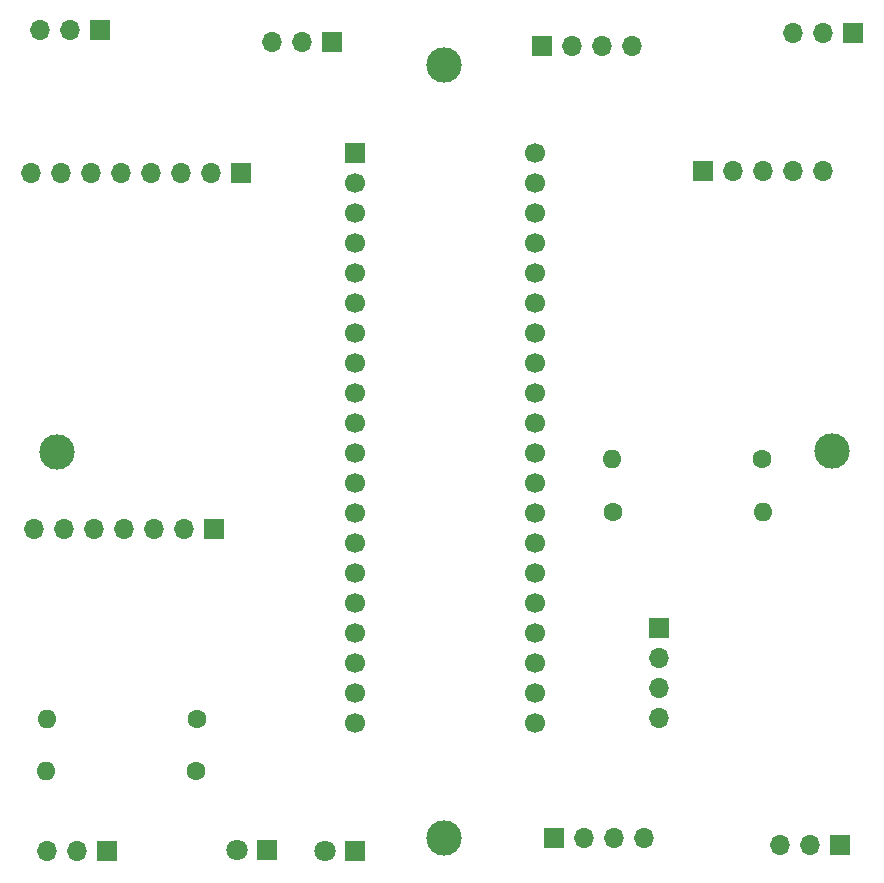
<source format=gbr>
%TF.GenerationSoftware,KiCad,Pcbnew,(6.0.1-0)*%
%TF.CreationDate,2022-02-26T01:43:08+01:00*%
%TF.ProjectId,YMFC-32,594d4643-2d33-4322-9e6b-696361645f70,rev?*%
%TF.SameCoordinates,Original*%
%TF.FileFunction,Soldermask,Bot*%
%TF.FilePolarity,Negative*%
%FSLAX46Y46*%
G04 Gerber Fmt 4.6, Leading zero omitted, Abs format (unit mm)*
G04 Created by KiCad (PCBNEW (6.0.1-0)) date 2022-02-26 01:43:08*
%MOMM*%
%LPD*%
G01*
G04 APERTURE LIST*
%ADD10C,1.700000*%
%ADD11R,1.700000X1.700000*%
%ADD12O,1.700000X1.700000*%
%ADD13C,1.600000*%
%ADD14O,1.600000X1.600000*%
%ADD15R,1.800000X1.800000*%
%ADD16C,1.800000*%
%ADD17C,3.000000*%
G04 APERTURE END LIST*
D10*
%TO.C,U1*%
X152570000Y-70970000D03*
D11*
X137330000Y-70970000D03*
D10*
X152570000Y-73510000D03*
X137330000Y-73510000D03*
X152570000Y-76050000D03*
X137330000Y-76050000D03*
X152570000Y-78590000D03*
X137330000Y-78590000D03*
X152570000Y-81130000D03*
X137330000Y-81130000D03*
X152570000Y-83670000D03*
X137330000Y-83670000D03*
X152570000Y-86210000D03*
X137330000Y-86210000D03*
X152570000Y-88750000D03*
X137330000Y-88750000D03*
X152570000Y-91290000D03*
X137330000Y-91290000D03*
X152570000Y-93830000D03*
X137330000Y-93830000D03*
X152570000Y-96370000D03*
X137330000Y-96370000D03*
X152570000Y-98910000D03*
X137330000Y-98910000D03*
X152570000Y-101450000D03*
X137330000Y-101450000D03*
X152570000Y-103990000D03*
X137330000Y-103990000D03*
X152570000Y-106530000D03*
X137330000Y-106530000D03*
X152570000Y-109070000D03*
X137330000Y-109070000D03*
X152570000Y-111610000D03*
X137330000Y-111610000D03*
X152570000Y-114150000D03*
X137330000Y-114150000D03*
X152570000Y-116690000D03*
X137330000Y-116690000D03*
X152570000Y-119230000D03*
X137330000Y-119230000D03*
%TD*%
D11*
%TO.C,J5*%
X115725000Y-60600000D03*
D12*
X113185000Y-60600000D03*
X110645000Y-60600000D03*
%TD*%
D13*
%TO.C,R4*%
X171800000Y-96900000D03*
D14*
X159100000Y-96900000D03*
%TD*%
D11*
%TO.C,J4*%
X116325000Y-130100000D03*
D12*
X113785000Y-130100000D03*
X111245000Y-130100000D03*
%TD*%
D11*
%TO.C,J11*%
X125440000Y-102800000D03*
D12*
X122900000Y-102800000D03*
X120360000Y-102800000D03*
X117820000Y-102800000D03*
X115280000Y-102800000D03*
X112740000Y-102800000D03*
X110200000Y-102800000D03*
%TD*%
D15*
%TO.C,D2*%
X129900000Y-130000000D03*
D16*
X127360000Y-130000000D03*
%TD*%
D15*
%TO.C,D1*%
X137375000Y-130100000D03*
D16*
X134835000Y-130100000D03*
%TD*%
D11*
%TO.C,J2*%
X179525000Y-60800000D03*
D12*
X176985000Y-60800000D03*
X174445000Y-60800000D03*
%TD*%
D13*
%TO.C,R2*%
X123900000Y-123300000D03*
D14*
X111200000Y-123300000D03*
%TD*%
D11*
%TO.C,J3*%
X178425000Y-129600000D03*
D12*
X175885000Y-129600000D03*
X173345000Y-129600000D03*
%TD*%
D11*
%TO.C,J12*%
X166825000Y-72500000D03*
D12*
X169365000Y-72500000D03*
X171905000Y-72500000D03*
X174445000Y-72500000D03*
X176985000Y-72500000D03*
%TD*%
D11*
%TO.C,J1*%
X135425000Y-61600000D03*
D12*
X132885000Y-61600000D03*
X130345000Y-61600000D03*
%TD*%
D11*
%TO.C,J9*%
X163100000Y-111200000D03*
D12*
X163100000Y-113740000D03*
X163100000Y-116280000D03*
X163100000Y-118820000D03*
%TD*%
D17*
%TO.C,H1*%
X144900000Y-129000000D03*
%TD*%
D11*
%TO.C,J7*%
X153200000Y-61900000D03*
D12*
X155740000Y-61900000D03*
X158280000Y-61900000D03*
X160820000Y-61900000D03*
%TD*%
D13*
%TO.C,R3*%
X159150000Y-101400000D03*
D14*
X171850000Y-101400000D03*
%TD*%
D11*
%TO.C,J10*%
X127700000Y-72700000D03*
D12*
X125160000Y-72700000D03*
X122620000Y-72700000D03*
X120080000Y-72700000D03*
X117540000Y-72700000D03*
X115000000Y-72700000D03*
X112460000Y-72700000D03*
X109920000Y-72700000D03*
%TD*%
D17*
%TO.C,H2*%
X177700000Y-96200000D03*
%TD*%
D11*
%TO.C,J8*%
X154200000Y-129000000D03*
D12*
X156740000Y-129000000D03*
X159280000Y-129000000D03*
X161820000Y-129000000D03*
%TD*%
D13*
%TO.C,R1*%
X124000000Y-118900000D03*
D14*
X111300000Y-118900000D03*
%TD*%
D17*
%TO.C,H3*%
X144900000Y-63500000D03*
%TD*%
%TO.C,H4*%
X112100000Y-96300000D03*
%TD*%
M02*

</source>
